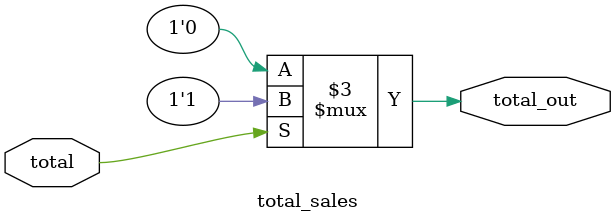
<source format=v>
`timescale 1ns / 1ps


module total_sales(
input total,//×ÜÏúÊÛ½ð¶îÐÅºÅ
output reg total_out//´«µÝ³öµÄ²é¿´×Ü¹²ÏúÊÛ½ð¶îÐÅºÅ

    );
    always@*
    begin
    if(total)
    total_out<=1;
    else
    total_out<=0;
    end
endmodule

</source>
